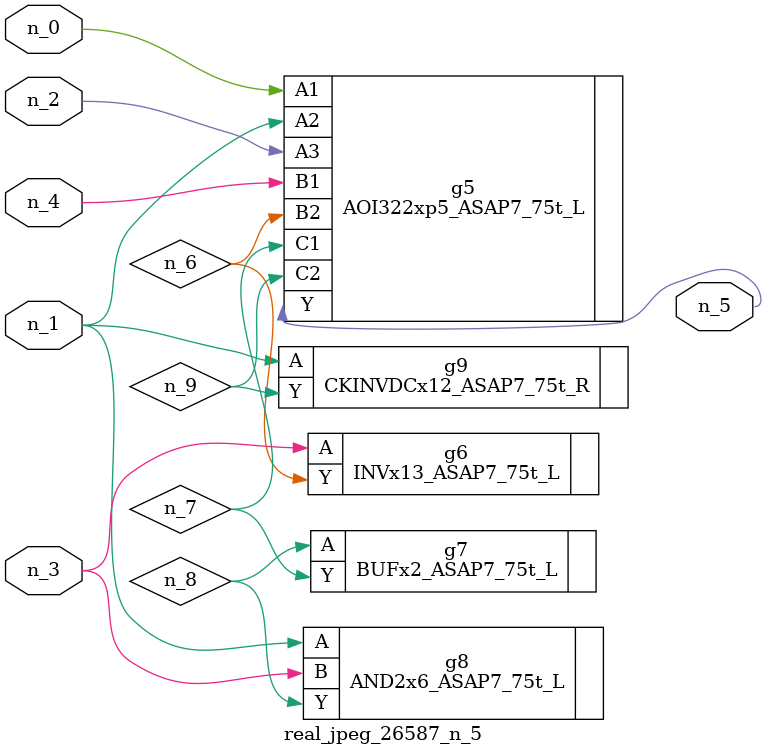
<source format=v>
module real_jpeg_26587_n_5 (n_4, n_0, n_1, n_2, n_3, n_5);

input n_4;
input n_0;
input n_1;
input n_2;
input n_3;

output n_5;

wire n_8;
wire n_6;
wire n_7;
wire n_9;

AOI322xp5_ASAP7_75t_L g5 ( 
.A1(n_0),
.A2(n_1),
.A3(n_2),
.B1(n_4),
.B2(n_6),
.C1(n_7),
.C2(n_9),
.Y(n_5)
);

AND2x6_ASAP7_75t_L g8 ( 
.A(n_1),
.B(n_3),
.Y(n_8)
);

CKINVDCx12_ASAP7_75t_R g9 ( 
.A(n_1),
.Y(n_9)
);

INVx13_ASAP7_75t_L g6 ( 
.A(n_3),
.Y(n_6)
);

BUFx2_ASAP7_75t_L g7 ( 
.A(n_8),
.Y(n_7)
);


endmodule
</source>
